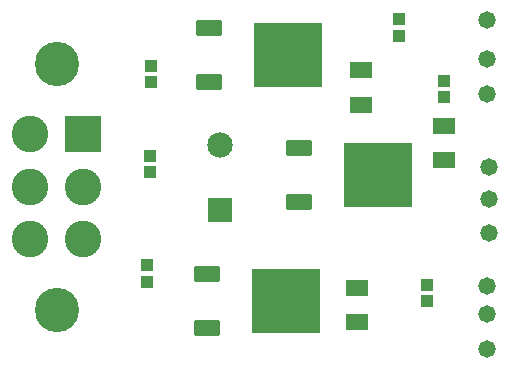
<source format=gts>
G04*
G04 #@! TF.GenerationSoftware,Altium Limited,Altium Designer,25.1.2 (22)*
G04*
G04 Layer_Color=8388736*
%FSLAX44Y44*%
%MOMM*%
G71*
G04*
G04 #@! TF.SameCoordinates,B7D9D61E-E531-4C97-95C7-BE20352FD60D*
G04*
G04*
G04 #@! TF.FilePolarity,Negative*
G04*
G01*
G75*
G04:AMPARAMS|DCode=16|XSize=2.15mm|YSize=1.3mm|CornerRadius=0.052mm|HoleSize=0mm|Usage=FLASHONLY|Rotation=0.000|XOffset=0mm|YOffset=0mm|HoleType=Round|Shape=RoundedRectangle|*
%AMROUNDEDRECTD16*
21,1,2.1500,1.1960,0,0,0.0*
21,1,2.0460,1.3000,0,0,0.0*
1,1,0.1040,1.0230,-0.5980*
1,1,0.1040,-1.0230,-0.5980*
1,1,0.1040,-1.0230,0.5980*
1,1,0.1040,1.0230,0.5980*
%
%ADD16ROUNDEDRECTD16*%
%ADD17R,1.9732X1.4332*%
%ADD18R,1.1032X1.0032*%
G04:AMPARAMS|DCode=19|XSize=5.7mm|YSize=5.5mm|CornerRadius=0.055mm|HoleSize=0mm|Usage=FLASHONLY|Rotation=0.000|XOffset=0mm|YOffset=0mm|HoleType=Round|Shape=RoundedRectangle|*
%AMROUNDEDRECTD19*
21,1,5.7000,5.3900,0,0,0.0*
21,1,5.5900,5.5000,0,0,0.0*
1,1,0.1100,2.7950,-2.6950*
1,1,0.1100,-2.7950,-2.6950*
1,1,0.1100,-2.7950,2.6950*
1,1,0.1100,2.7950,2.6950*
%
%ADD19ROUNDEDRECTD19*%
%ADD20R,2.1532X2.1532*%
%ADD21C,2.1532*%
%ADD22R,3.0982X3.0982*%
%ADD23C,3.0982*%
%ADD24C,3.7532*%
%ADD25C,1.4732*%
D16*
X675030Y712460D02*
D03*
Y666760D02*
D03*
X752490Y819140D02*
D03*
Y773440D02*
D03*
X676290Y920740D02*
D03*
Y875040D02*
D03*
D17*
X875030Y808300D02*
D03*
Y837620D02*
D03*
X801370Y700460D02*
D03*
Y671140D02*
D03*
X805180Y884610D02*
D03*
Y855290D02*
D03*
D18*
X875030Y861680D02*
D03*
Y875680D02*
D03*
X861060Y702960D02*
D03*
Y688960D02*
D03*
X836930Y927750D02*
D03*
Y913750D02*
D03*
X627380Y874380D02*
D03*
Y888380D02*
D03*
X626110Y798180D02*
D03*
Y812180D02*
D03*
X623570Y705470D02*
D03*
Y719470D02*
D03*
D19*
X741680Y689610D02*
D03*
X819140Y796290D02*
D03*
X742940Y897890D02*
D03*
D20*
X685801Y766249D02*
D03*
D21*
Y821249D02*
D03*
D22*
X569670Y830640D02*
D03*
D23*
Y786140D02*
D03*
Y741740D02*
D03*
X525170Y830640D02*
D03*
Y786140D02*
D03*
Y741740D02*
D03*
D24*
X547370Y890290D02*
D03*
Y681990D02*
D03*
D25*
X913130Y775970D02*
D03*
Y802640D02*
D03*
X911860Y927100D02*
D03*
Y894080D02*
D03*
Y864870D02*
D03*
Y702310D02*
D03*
Y678180D02*
D03*
Y648970D02*
D03*
X913130Y746760D02*
D03*
M02*

</source>
